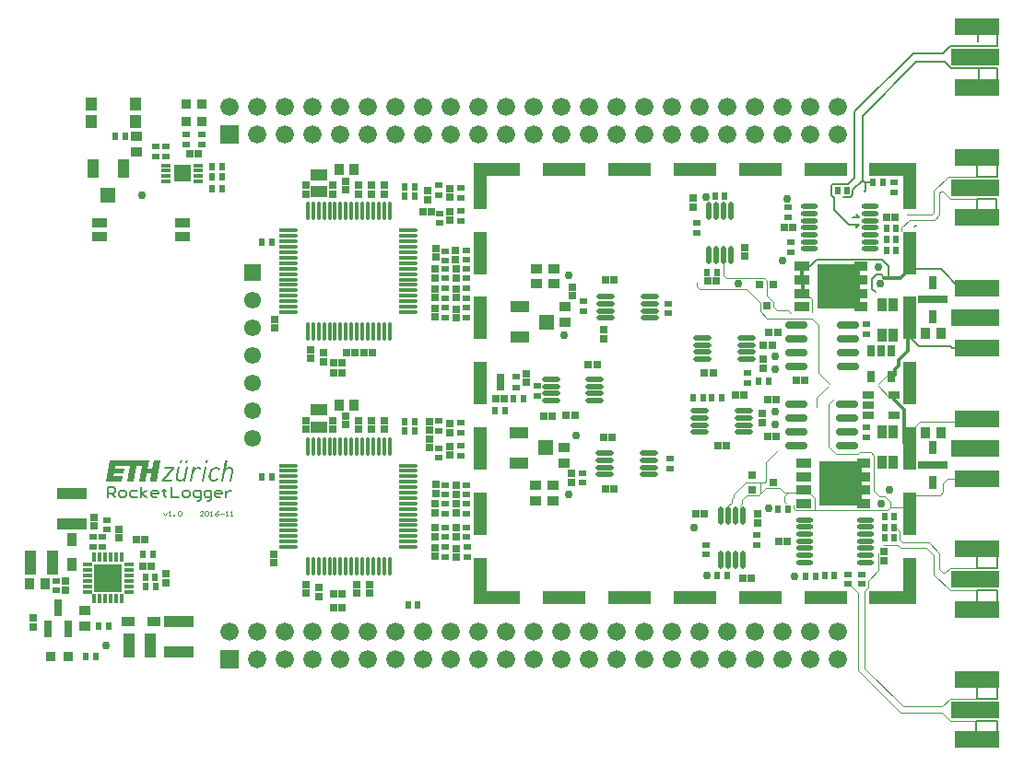
<source format=gts>
G04 Layer_Color=8388736*
%FSLAX44Y44*%
%MOMM*%
G71*
G01*
G75*
%ADD59C,0.3500*%
%ADD60C,0.1250*%
%ADD61C,0.2000*%
%ADD70C,0.1200*%
%ADD102R,0.6700X0.6700*%
%ADD103R,0.6700X0.6700*%
%ADD104R,4.2500X1.1500*%
%ADD105R,1.1500X4.2500*%
%ADD106R,3.9500X1.1500*%
%ADD107R,1.1500X3.9500*%
%ADD108R,0.9500X0.9500*%
%ADD109R,0.6000X0.7000*%
%ADD110R,0.7000X0.6000*%
%ADD111R,1.0500X0.8500*%
%ADD112R,1.4500X1.4500*%
%ADD113R,1.0500X1.7500*%
%ADD114R,1.0500X1.1500*%
%ADD115R,0.8500X1.0500*%
%ADD116R,1.5000X1.1000*%
%ADD117O,0.5490X1.6500*%
%ADD118O,1.6500X0.5490*%
%ADD119R,0.9120X1.1500*%
%ADD120R,0.8000X1.0500*%
%ADD121R,2.7500X1.1000*%
%ADD122O,1.7000X0.4000*%
%ADD123O,0.4000X1.7000*%
%ADD124R,0.8000X0.6500*%
%ADD125R,1.4200X0.8100*%
%ADD126R,1.1700X0.8100*%
%ADD127R,1.4500X1.4500*%
%ADD128R,1.7500X1.0500*%
%ADD129O,2.0500X0.7500*%
%ADD130R,0.9120X1.2930*%
%ADD131R,1.2930X0.9120*%
%ADD132O,1.5500X0.5000*%
%ADD133R,1.5100X1.6100*%
%ADD134R,0.9000X0.4000*%
%ADD135O,0.9500X0.4000*%
%ADD136O,0.4000X0.9500*%
%ADD137R,2.6000X2.6000*%
%ADD138R,0.9500X0.9500*%
%ADD139O,1.6500X0.5500*%
%ADD140R,1.1300X2.2300*%
%ADD141R,0.6500X0.8000*%
%ADD142R,1.0500X0.8000*%
%ADD143R,1.4200X0.9100*%
%ADD144R,0.7500X0.5000*%
%ADD145R,4.1000X1.6500*%
%ADD146R,4.4000X1.6500*%
%ADD147R,0.6500X1.1500*%
%ADD148R,2.7500X0.7500*%
%ADD149R,0.7500X1.6500*%
%ADD150C,0.7500*%
%ADD151R,3.9600X4.0600*%
%ADD152C,1.6740*%
%ADD153R,1.6740X1.6740*%
%ADD154C,1.5500*%
%ADD155R,1.5500X1.5500*%
G36*
X918069Y944982D02*
X916199D01*
Y945037D01*
X916440Y946370D01*
X916181Y946111D01*
X915884Y945871D01*
X915588Y945667D01*
X915273Y945500D01*
X914958Y945352D01*
X914644Y945222D01*
X914347Y945130D01*
X914051Y945037D01*
X913773Y944982D01*
X913514Y944926D01*
X913273Y944908D01*
X913070Y944871D01*
X912903D01*
X912792Y944852D01*
X912681D01*
X912292Y944871D01*
X911940Y944926D01*
X911626Y945000D01*
X911348Y945093D01*
X911126Y945167D01*
X910959Y945241D01*
X910848Y945296D01*
X910829Y945315D01*
X910811D01*
X910515Y945500D01*
X910274Y945704D01*
X910052Y945926D01*
X909885Y946130D01*
X909737Y946315D01*
X909626Y946463D01*
X909570Y946556D01*
X909552Y946593D01*
X909404Y946907D01*
X909292Y947241D01*
X909218Y947555D01*
X909163Y947852D01*
X909126Y948111D01*
X909107Y948315D01*
Y948389D01*
Y948444D01*
Y948481D01*
Y948500D01*
X909126Y948907D01*
X909144Y949092D01*
X909181Y949277D01*
X909200Y949426D01*
X909218Y949555D01*
X909237Y949629D01*
Y949666D01*
X910885Y957943D01*
X912774D01*
X912755Y957925D01*
X911163Y949944D01*
X911126Y949703D01*
X911088Y949481D01*
X911070Y949277D01*
X911051Y949111D01*
X911033Y948963D01*
Y948852D01*
Y948778D01*
Y948759D01*
X911051Y948389D01*
X911126Y948055D01*
X911218Y947778D01*
X911348Y947537D01*
X911459Y947352D01*
X911551Y947222D01*
X911626Y947148D01*
X911644Y947111D01*
X911903Y946926D01*
X912181Y946778D01*
X912459Y946685D01*
X912737Y946611D01*
X912996Y946574D01*
X913181Y946556D01*
X913255Y946537D01*
X913366D01*
X913755Y946556D01*
X913922Y946593D01*
X914088Y946611D01*
X914218Y946648D01*
X914329Y946667D01*
X914403Y946685D01*
X914421D01*
X914755Y946796D01*
X915051Y946944D01*
X915310Y947093D01*
X915533Y947259D01*
X915718Y947389D01*
X915866Y947500D01*
X915940Y947574D01*
X915977Y947611D01*
X916273Y947981D01*
X916532Y948370D01*
X916736Y948778D01*
X916884Y949148D01*
X916995Y949500D01*
X917051Y949648D01*
X917088Y949778D01*
X917106Y949870D01*
X917125Y949944D01*
X917143Y950000D01*
Y950018D01*
X918717Y957943D01*
X920643D01*
X918069Y944982D01*
D02*
G37*
G36*
X946640Y958091D02*
X947048Y958036D01*
X947400Y957962D01*
X947714Y957888D01*
X947974Y957795D01*
X948159Y957721D01*
X948233Y957684D01*
X948288Y957665D01*
X948307Y957647D01*
X948325D01*
X948659Y957443D01*
X948955Y957221D01*
X949233Y956980D01*
X949473Y956740D01*
X949659Y956517D01*
X949807Y956351D01*
X949862Y956277D01*
X949899Y956221D01*
X949936Y956203D01*
Y956184D01*
X949955Y956166D01*
X948529Y954962D01*
X948511Y955018D01*
X948307Y955277D01*
X948122Y955499D01*
X947937Y955684D01*
X947770Y955832D01*
X947622Y955944D01*
X947511Y956036D01*
X947437Y956073D01*
X947418Y956092D01*
X947196Y956203D01*
X946974Y956277D01*
X946733Y956351D01*
X946511Y956388D01*
X946307Y956406D01*
X946159Y956425D01*
X946011D01*
X945715Y956406D01*
X945418Y956369D01*
X945141Y956314D01*
X944881Y956240D01*
X944400Y956036D01*
X944178Y955925D01*
X943992Y955814D01*
X943807Y955684D01*
X943641Y955573D01*
X943511Y955481D01*
X943400Y955388D01*
X943307Y955295D01*
X943233Y955240D01*
X943196Y955203D01*
X943178Y955184D01*
X942919Y954888D01*
X942696Y954592D01*
X942511Y954277D01*
X942345Y953981D01*
X942215Y953721D01*
X942104Y953518D01*
X942067Y953444D01*
X942048Y953388D01*
X942030Y953351D01*
Y953333D01*
X941900Y953018D01*
X941789Y952685D01*
X941715Y952370D01*
X941622Y952092D01*
X941567Y951833D01*
X941530Y951629D01*
X941511Y951555D01*
X941493Y951518D01*
Y951481D01*
Y951462D01*
X941419Y951074D01*
X941382Y950722D01*
X941345Y950388D01*
X941308Y950111D01*
Y949889D01*
X941289Y949703D01*
Y949592D01*
Y949574D01*
Y949555D01*
X941308Y949277D01*
X941326Y949000D01*
X941437Y948537D01*
X941567Y948130D01*
X941733Y947796D01*
X941900Y947518D01*
X941974Y947426D01*
X942048Y947333D01*
X942104Y947278D01*
X942141Y947222D01*
X942159Y947204D01*
X942178Y947185D01*
X942474Y946963D01*
X942789Y946815D01*
X943104Y946704D01*
X943400Y946611D01*
X943659Y946574D01*
X943881Y946556D01*
X943956Y946537D01*
X944067D01*
X944400Y946556D01*
X944696Y946593D01*
X944974Y946648D01*
X945215Y946704D01*
X945400Y946759D01*
X945548Y946815D01*
X945640Y946852D01*
X945677Y946870D01*
X945955Y947019D01*
X946233Y947185D01*
X946474Y947370D01*
X946714Y947555D01*
X946900Y947722D01*
X947048Y947870D01*
X947140Y947963D01*
X947177Y948000D01*
X947196Y948018D01*
Y948000D01*
X948288Y946667D01*
X948270Y946648D01*
X947937Y946333D01*
X947585Y946074D01*
X947270Y945852D01*
X946955Y945648D01*
X946677Y945500D01*
X946474Y945408D01*
X946400Y945370D01*
X946344Y945333D01*
X946307Y945315D01*
X946289D01*
X945881Y945167D01*
X945455Y945056D01*
X945067Y944963D01*
X944715Y944908D01*
X944400Y944871D01*
X944270D01*
X944159Y944852D01*
X943956D01*
X943456Y944871D01*
X942993Y944945D01*
X942585Y945037D01*
X942215Y945130D01*
X941937Y945241D01*
X941808Y945278D01*
X941715Y945315D01*
X941641Y945352D01*
X941585Y945389D01*
X941548Y945408D01*
X941530D01*
X941178Y945630D01*
X940863Y945889D01*
X940585Y946167D01*
X940363Y946426D01*
X940178Y946648D01*
X940067Y946852D01*
X940012Y946926D01*
X939974Y946982D01*
X939956Y947000D01*
Y947019D01*
X939771Y947426D01*
X939641Y947852D01*
X939530Y948259D01*
X939474Y948648D01*
X939437Y949000D01*
X939419Y949129D01*
Y949259D01*
X939400Y949370D01*
Y949444D01*
Y949481D01*
Y949500D01*
X939419Y949870D01*
X939437Y950240D01*
X939474Y950574D01*
X939511Y950870D01*
X939548Y951129D01*
X939567Y951333D01*
X939586Y951407D01*
X939604Y951462D01*
Y951481D01*
Y951499D01*
X939734Y952074D01*
X939863Y952610D01*
X940030Y953111D01*
X940197Y953592D01*
X940400Y954018D01*
X940585Y954425D01*
X940771Y954796D01*
X940974Y955110D01*
X941160Y955406D01*
X941326Y955666D01*
X941493Y955869D01*
X941622Y956055D01*
X941733Y956184D01*
X941826Y956295D01*
X941882Y956351D01*
X941900Y956369D01*
X942233Y956684D01*
X942585Y956943D01*
X942937Y957184D01*
X943307Y957369D01*
X943659Y957536D01*
X944011Y957684D01*
X944363Y957795D01*
X944696Y957888D01*
X945011Y957962D01*
X945289Y958017D01*
X945548Y958054D01*
X945770Y958091D01*
X945955D01*
X946085Y958110D01*
X946196D01*
X946640Y958091D01*
D02*
G37*
G36*
X955010Y956647D02*
X955288Y956906D01*
X955565Y957129D01*
X955880Y957332D01*
X956176Y957499D01*
X956491Y957628D01*
X956806Y957758D01*
X957102Y957851D01*
X957399Y957925D01*
X957658Y957980D01*
X957917Y958036D01*
X958139Y958073D01*
X958324Y958091D01*
X958491Y958110D01*
X958713D01*
X959102Y958091D01*
X959454Y958036D01*
X959769Y957962D01*
X960046Y957888D01*
X960269Y957795D01*
X960435Y957721D01*
X960546Y957665D01*
X960583Y957647D01*
X960880Y957462D01*
X961139Y957258D01*
X961361Y957036D01*
X961528Y956832D01*
X961676Y956647D01*
X961787Y956480D01*
X961842Y956388D01*
X961861Y956369D01*
Y956351D01*
X962009Y956036D01*
X962120Y955703D01*
X962213Y955388D01*
X962268Y955092D01*
X962305Y954833D01*
X962324Y954629D01*
Y954555D01*
Y954499D01*
Y954462D01*
Y954444D01*
Y954240D01*
X962305Y954018D01*
X962287Y953814D01*
X962250Y953610D01*
X962231Y953425D01*
X962194Y953277D01*
X962176Y953185D01*
Y953148D01*
X960509Y944982D01*
X958639D01*
X960232Y952962D01*
X960287Y953240D01*
X960324Y953499D01*
X960343Y953703D01*
X960361Y953870D01*
X960380Y953999D01*
Y954092D01*
Y954147D01*
Y954166D01*
X960361Y954536D01*
X960287Y954870D01*
X960176Y955147D01*
X960065Y955388D01*
X959954Y955573D01*
X959843Y955703D01*
X959769Y955795D01*
X959750Y955814D01*
X959509Y956018D01*
X959232Y956166D01*
X958954Y956277D01*
X958676Y956351D01*
X958436Y956388D01*
X958250Y956425D01*
X958065D01*
X957676Y956406D01*
X957491Y956388D01*
X957325Y956351D01*
X957195Y956332D01*
X957084Y956295D01*
X957010Y956277D01*
X956991D01*
X956658Y956147D01*
X956362Y956018D01*
X956102Y955851D01*
X955880Y955684D01*
X955695Y955555D01*
X955547Y955425D01*
X955473Y955351D01*
X955436Y955314D01*
X955139Y954962D01*
X954880Y954555D01*
X954677Y954166D01*
X954510Y953777D01*
X954399Y953444D01*
X954343Y953296D01*
X954306Y953166D01*
X954288Y953055D01*
X954269Y952981D01*
X954251Y952925D01*
Y952907D01*
X952677Y944982D01*
X950788D01*
X954603Y963869D01*
X956473D01*
X955010Y956647D01*
D02*
G37*
G36*
X907570Y956369D02*
X898960Y946667D01*
X905774D01*
X905460Y944982D01*
X896331D01*
X896646Y946593D01*
X905219Y956277D01*
X898775D01*
Y956314D01*
X899108Y957943D01*
X907885D01*
X907570Y956369D01*
D02*
G37*
G36*
X934975Y944982D02*
X933105D01*
Y945037D01*
X935697Y957943D01*
X937567D01*
X934975Y944982D01*
D02*
G37*
G36*
X919921Y961517D02*
X918032D01*
X918514Y963869D01*
X920402D01*
X919921Y961517D01*
D02*
G37*
G36*
X938289D02*
X936401D01*
X936882Y963869D01*
X938771D01*
X938289Y961517D01*
D02*
G37*
G36*
X914884D02*
X912996D01*
X913477Y963869D01*
X915366D01*
X914884Y961517D01*
D02*
G37*
G36*
X930346Y958091D02*
X930642Y958054D01*
X930938Y957999D01*
X931198Y957925D01*
X931457Y957832D01*
X931697Y957721D01*
X931901Y957610D01*
X932105Y957499D01*
X932271Y957388D01*
X932420Y957277D01*
X932549Y957166D01*
X932660Y957073D01*
X932734Y956999D01*
X932790Y956943D01*
X932827Y956906D01*
X932846Y956888D01*
X932864Y956869D01*
X931327Y955518D01*
Y955536D01*
X931179Y955684D01*
X931049Y955832D01*
X930735Y956055D01*
X930438Y956203D01*
X930142Y956314D01*
X929883Y956388D01*
X929679Y956406D01*
X929605Y956425D01*
X929494D01*
X929179Y956406D01*
X928883Y956351D01*
X928605Y956277D01*
X928364Y956203D01*
X928161Y956129D01*
X927994Y956055D01*
X927902Y955999D01*
X927865Y955981D01*
X927587Y955795D01*
X927328Y955592D01*
X927105Y955388D01*
X926902Y955184D01*
X926754Y954999D01*
X926624Y954851D01*
X926550Y954758D01*
X926531Y954740D01*
Y954721D01*
X926346Y954407D01*
X926180Y954092D01*
X926050Y953796D01*
X925939Y953518D01*
X925865Y953259D01*
X925809Y953073D01*
X925791Y952999D01*
Y952944D01*
X925772Y952925D01*
Y952907D01*
X924198Y944982D01*
X922291D01*
X922328Y945037D01*
X924883Y957943D01*
X926754D01*
X926735Y957925D01*
X926457Y956462D01*
X926698Y956740D01*
X926957Y956980D01*
X927216Y957203D01*
X927457Y957369D01*
X927661Y957499D01*
X927846Y957610D01*
X927957Y957665D01*
X927976Y957684D01*
X927994D01*
X928346Y957832D01*
X928698Y957925D01*
X929031Y957999D01*
X929346Y958054D01*
X929624Y958091D01*
X929827Y958110D01*
X930013D01*
X930346Y958091D01*
D02*
G37*
G36*
X891368Y944982D02*
X885443D01*
X886906Y952296D01*
X882665D01*
X881203Y944982D01*
X875296D01*
X878148Y959147D01*
X873185D01*
X870352Y944982D01*
X864427D01*
X867278Y959147D01*
X853798D01*
X853280Y956555D01*
X861779D01*
X860927Y952296D01*
X852428D01*
X851909Y949703D01*
X860427D01*
X859464Y944982D01*
X845077D01*
X848873Y963869D01*
X884999D01*
X883499Y956555D01*
X887758D01*
X889239Y963869D01*
X895164D01*
X891368Y944982D01*
D02*
G37*
D59*
X1569595Y1047819D02*
X1573096Y1051319D01*
X1484845Y1117650D02*
Y1129669D01*
X1569252Y1019681D02*
X1578000Y1010933D01*
X1569595Y1042819D02*
Y1047819D01*
X1484750Y1130350D02*
Y1142801D01*
X1564250Y1132000D02*
X1575000D01*
X1573096Y1051319D02*
Y1056096D01*
X1581922Y1064921D01*
Y1091078D01*
X1569252Y1019681D02*
Y1024681D01*
X1578000Y980000D02*
Y1010933D01*
X1560000Y1132000D02*
X1564250D01*
X1575000D02*
X1583000Y1140000D01*
D60*
X1554311Y1034625D02*
X1564550Y1044864D01*
X1580000Y932000D02*
X1611000D01*
X1471981Y934875D02*
X1491058D01*
X1504000Y1040000D02*
X1509375Y1034625D01*
X1504000Y1027843D02*
X1508657Y1032500D01*
X1497827Y1021671D02*
X1504000Y1027843D01*
X1497827Y1013440D02*
Y1021671D01*
X1581000Y927000D02*
X1583000Y925000D01*
X1565753Y921181D02*
X1579181D01*
X1536118Y970006D02*
X1537668Y971556D01*
X1515883Y970006D02*
X1536118D01*
X1562877Y918306D02*
X1565753Y921181D01*
X1464000Y939000D02*
X1468125Y934875D01*
X1429125Y924125D02*
Y928125D01*
X1428000Y923000D02*
X1429125Y924125D01*
X1412250Y1134250D02*
Y1152750D01*
X1458000Y1105377D02*
Y1110000D01*
Y1105377D02*
X1461252Y1102125D01*
X1471875D01*
X1509127Y1016000D02*
X1514377Y1021250D01*
X1509127Y976761D02*
X1515883Y970006D01*
X1620250Y865250D02*
X1645000D01*
X1616000Y861000D02*
X1620250Y865250D01*
X1613536Y861000D02*
X1616000D01*
X1610500Y864035D02*
X1613536Y861000D01*
X1574000Y891469D02*
X1576969Y888500D01*
X1574000Y891469D02*
Y899000D01*
X1570319Y902681D02*
X1574000Y899000D01*
X1569252Y902681D02*
X1570319D01*
X1620250Y844750D02*
X1645000D01*
X1605500Y859500D02*
X1620250Y844750D01*
X1605500Y859500D02*
Y876964D01*
X1576969Y888500D02*
X1601035D01*
X1610500Y879035D01*
Y864035D02*
Y879035D01*
X1598965Y883500D02*
X1605500Y876964D01*
X1574898Y883500D02*
X1598965D01*
X1572398Y886000D02*
X1574898Y883500D01*
X1559626Y886000D02*
X1572398D01*
X1554877Y863378D02*
Y879091D01*
X1545000Y853500D02*
X1554877Y863378D01*
X1620250Y745250D02*
X1645000D01*
X1577191Y737875D02*
X1612875D01*
X1541875Y773191D02*
X1577191Y737875D01*
X1541875Y773191D02*
Y843875D01*
X1545000Y847000D01*
Y853500D01*
X1620250Y724750D02*
X1644000D01*
X1612875Y732125D02*
X1620250Y724750D01*
X1612875Y737875D02*
X1620250Y745250D01*
X1574809Y732125D02*
X1612875D01*
X1536125Y770809D02*
X1574809Y732125D01*
X1536125Y770809D02*
Y842000D01*
X1527625Y850500D02*
X1536125Y842000D01*
X1526500Y850500D02*
X1527625D01*
X1603965Y1190500D02*
X1605500Y1192036D01*
Y1212036D01*
X1618714Y1225250D01*
X1645000D01*
X1571000Y1167500D02*
Y1169000D01*
X1620250Y1204750D02*
X1645250D01*
X1614000Y1211000D02*
X1620250Y1204750D01*
X1611536Y1211000D02*
X1614000D01*
X1610500Y1209965D02*
X1611536Y1211000D01*
X1610500Y1189965D02*
Y1209965D01*
X1606035Y1185500D02*
X1610500Y1189965D01*
X1583035Y1185500D02*
X1606035D01*
X1575750Y1178214D02*
X1583035Y1185500D01*
X1575750Y1174932D02*
Y1178214D01*
X1580965Y1190500D02*
X1603965D01*
X1487725Y1117650D02*
X1493250Y1112125D01*
X1452000Y1116000D02*
X1458000Y1110000D01*
X1452000Y1116000D02*
Y1129250D01*
X1449375Y1131875D02*
X1452000Y1129250D01*
X1414625Y1131875D02*
X1449375D01*
X1412250Y1134250D02*
X1414625Y1131875D01*
X1493250Y1100500D02*
Y1112125D01*
X1471875Y1102125D02*
X1473974Y1100026D01*
X1446000Y1101000D02*
Y1109000D01*
Y1101000D02*
X1452500Y1094500D01*
X1493750D01*
X1390750Y1121500D02*
X1433500D01*
X1446000Y1109000D01*
X1387750Y1124500D02*
X1390750Y1121500D01*
X1387750Y1124500D02*
Y1127250D01*
X1499750Y1044250D02*
Y1088500D01*
X1493750Y1094500D02*
X1499750Y1088500D01*
Y1044250D02*
X1504000Y1040000D01*
X1565753Y921181D02*
Y926248D01*
X1537668Y971556D02*
X1547444D01*
X1550500Y936433D02*
Y968500D01*
X1547444Y971556D02*
X1550500Y968500D01*
X1509127Y976761D02*
Y1016000D01*
X1554343Y1032500D02*
X1564207Y1022636D01*
X1451500Y945000D02*
Y962500D01*
X1462256Y973256D01*
X1421875Y932809D02*
X1432566Y943500D01*
X1450000D02*
X1451500Y945000D01*
X1432566Y943500D02*
X1446000D01*
X1450000D01*
X1419625Y928375D02*
X1421875Y930625D01*
Y932809D01*
X1419625Y925625D02*
Y928375D01*
X1417000Y923000D02*
X1419625Y925625D01*
X1417000Y913500D02*
Y923000D01*
X1429125Y928125D02*
X1433250Y932250D01*
X1444500D01*
X1446000Y933750D01*
Y933750D02*
X1451250Y939000D01*
X1464000D01*
X1446000Y933750D02*
Y943500D01*
X1468125Y934875D02*
X1471981D01*
X1468500Y931394D02*
X1471981Y934875D01*
X1468500Y925750D02*
Y931394D01*
Y925750D02*
X1470127Y924123D01*
X1491058Y934875D02*
X1496226Y929707D01*
X1476750Y920000D02*
X1478444Y918306D01*
X1476750Y920000D02*
Y922500D01*
X1496226Y918330D02*
Y929707D01*
X1478444Y918306D02*
X1496250D01*
X1562877D01*
X1560750Y931250D02*
X1565753Y926248D01*
X1550500Y936433D02*
X1555683Y931250D01*
X1560750D01*
X1618300Y947300D02*
X1645250D01*
X1614000Y943000D02*
X1618300Y947300D01*
X1611000Y932000D02*
X1614000Y935000D01*
Y943000D01*
X1583000Y925000D02*
Y929000D01*
X1580000Y932000D02*
X1583000Y929000D01*
Y990500D02*
X1592500Y1000000D01*
X1623750D01*
X1626450Y1002700D01*
D61*
X847000Y930000D02*
Y939997D01*
X851998D01*
X853664Y938331D01*
Y934998D01*
X851998Y933332D01*
X847000D01*
X850332D02*
X853664Y930000D01*
X858663D02*
X861995D01*
X863661Y931666D01*
Y934998D01*
X861995Y936665D01*
X858663D01*
X856997Y934998D01*
Y931666D01*
X858663Y930000D01*
X873658Y936665D02*
X868660D01*
X866994Y934998D01*
Y931666D01*
X868660Y930000D01*
X873658D01*
X876990D02*
Y939997D01*
Y933332D02*
X881989Y936665D01*
X876990Y933332D02*
X881989Y930000D01*
X891985D02*
X888653D01*
X886987Y931666D01*
Y934998D01*
X888653Y936665D01*
X891985D01*
X893652Y934998D01*
Y933332D01*
X886987D01*
X898650Y938331D02*
Y936665D01*
X896984D01*
X900316D01*
X898650D01*
Y931666D01*
X900316Y930000D01*
X905314Y939997D02*
Y930000D01*
X911979D01*
X916977D02*
X920310D01*
X921976Y931666D01*
Y934998D01*
X920310Y936665D01*
X916977D01*
X915311Y934998D01*
Y931666D01*
X916977Y930000D01*
X928640Y926668D02*
X930306D01*
X931973Y928334D01*
Y936665D01*
X926974D01*
X925308Y934998D01*
Y931666D01*
X926974Y930000D01*
X931973D01*
X938637Y926668D02*
X940303D01*
X941969Y928334D01*
Y936665D01*
X936971D01*
X935305Y934998D01*
Y931666D01*
X936971Y930000D01*
X941969D01*
X950300D02*
X946968D01*
X945302Y931666D01*
Y934998D01*
X946968Y936665D01*
X950300D01*
X951966Y934998D01*
Y933332D01*
X945302D01*
X955298Y936665D02*
Y930000D01*
Y933332D01*
X956965Y934998D01*
X958631Y936665D01*
X960297D01*
X1664000Y1307000D02*
Y1324750D01*
X1620250Y1345250D02*
X1664000D01*
X1531318Y1187500D02*
X1536500D01*
X1663750Y827250D02*
Y844750D01*
X1632000Y888400D02*
X1646000D01*
X1632000Y882096D02*
Y888400D01*
X1663000Y1187000D02*
Y1204750D01*
X1645250Y1187300D02*
Y1204750D01*
X1663750Y827250D02*
X1664000Y827000D01*
X1663750Y877750D02*
X1664000Y878000D01*
X1646000Y1349000D02*
Y1361950D01*
X1647000Y1324750D02*
X1664000D01*
X1543000Y1212000D02*
Y1220000D01*
X1542000Y1211000D02*
X1543000Y1212000D01*
X1534000Y1178000D02*
Y1180750D01*
Y1178000D02*
X1536750Y1180750D01*
X1534000D02*
X1536750D01*
X1527154D02*
X1534000D01*
X1532980Y1224458D02*
Y1285102D01*
X1586398Y1338520D01*
X1613520D01*
X1543000Y1220000D02*
X1549500D01*
X1646000Y888400D02*
X1646000Y888400D01*
X1622700Y1067300D02*
X1645250D01*
X1557000Y1135000D02*
X1560000Y1132000D01*
X1552000Y1135000D02*
X1557000D01*
X1552000Y1134000D02*
Y1135000D01*
X1549000Y1131000D02*
X1552000Y1134000D01*
X1549000Y1121722D02*
Y1131000D01*
Y1121722D02*
X1551861Y1118862D01*
X1589489Y1330511D02*
X1615489D01*
X1621250Y1324750D02*
X1646750D01*
X1647000Y1321000D02*
Y1324750D01*
Y1309050D02*
Y1321000D01*
X1540020Y1281042D02*
X1589489Y1330511D01*
X1541562Y1220000D02*
X1543000D01*
X1540020Y1221542D02*
X1541562Y1220000D01*
X1540020Y1221542D02*
Y1281042D01*
X1534000Y1190000D02*
X1536500Y1187500D01*
X1615489Y1330511D02*
X1621250Y1324750D01*
X1645000Y827550D02*
X1645250Y827300D01*
X1645000Y844750D02*
X1663750D01*
X1645000Y882450D02*
X1645250Y882700D01*
X1645000Y865250D02*
X1663750D01*
X1645000Y841000D02*
Y844750D01*
Y827550D02*
Y841000D01*
Y869000D02*
Y882450D01*
Y865250D02*
Y869000D01*
X1663750Y865250D02*
Y877750D01*
X1645000Y749000D02*
Y762450D01*
X1644000Y708550D02*
X1645250Y707300D01*
X1644000Y708550D02*
Y721000D01*
X1645000Y745250D02*
Y749000D01*
Y745250D02*
X1664000D01*
Y761000D01*
X1644000Y721000D02*
Y724750D01*
X1664000D01*
Y714000D02*
Y724750D01*
X1613520Y1338520D02*
X1620250Y1345250D01*
X1664000D02*
Y1355000D01*
X1656300Y1242700D02*
X1664000Y1235000D01*
Y1225250D02*
Y1235000D01*
X1645000Y1225250D02*
X1664000D01*
X1645000Y1229000D02*
Y1242450D01*
Y1225250D02*
Y1229000D01*
X1645250Y1204750D02*
X1663000D01*
Y1187000D02*
X1664000Y1186000D01*
X1588000Y1179000D02*
X1589000Y1180000D01*
X1531250Y1212772D02*
X1540020Y1221542D01*
X1531250Y1208500D02*
Y1212772D01*
X1522500Y1206750D02*
X1529500D01*
X1531250Y1208500D01*
X1513750Y1194154D02*
X1527154Y1180750D01*
X1526772Y1218250D02*
X1532980Y1224458D01*
X1511750Y1217000D02*
X1513000Y1218250D01*
X1526772D01*
X1511750Y1207750D02*
Y1217000D01*
Y1207750D02*
X1513750Y1205750D01*
Y1194154D02*
Y1205750D01*
X1560000Y1132000D02*
X1560250Y1132250D01*
X1484750Y1142801D02*
X1492051D01*
X1498000Y1148750D01*
X1558000D01*
X1564250Y1142500D01*
Y1132000D02*
Y1142500D01*
X1583000Y1078000D02*
X1592000Y1069000D01*
X1621000D01*
X1622700Y1067300D01*
X1583000Y1140000D02*
X1612000D01*
X1629300Y1122700D01*
D70*
X897784Y916332D02*
X899450Y913000D01*
X901116Y916332D01*
X902783Y913000D02*
X904449D01*
X903616D01*
Y917998D01*
X902783Y917165D01*
X906948Y913000D02*
Y913833D01*
X907781D01*
Y913000D01*
X906948D01*
X911113Y917165D02*
X911946Y917998D01*
X913612D01*
X914445Y917165D01*
Y913833D01*
X913612Y913000D01*
X911946D01*
X911113Y913833D01*
Y917165D01*
X934439Y913000D02*
X931107D01*
X934439Y916332D01*
Y917165D01*
X933606Y917998D01*
X931940D01*
X931107Y917165D01*
X936105D02*
X936938Y917998D01*
X938604D01*
X939437Y917165D01*
Y913833D01*
X938604Y913000D01*
X936938D01*
X936105Y913833D01*
Y917165D01*
X941103Y913000D02*
X942769D01*
X941936D01*
Y917998D01*
X941103Y917165D01*
X948601Y917998D02*
X946935Y917165D01*
X945269Y915499D01*
Y913833D01*
X946102Y913000D01*
X947768D01*
X948601Y913833D01*
Y914666D01*
X947768Y915499D01*
X945269D01*
X950267D02*
X953599D01*
X955265Y913000D02*
X956932D01*
X956098D01*
Y917998D01*
X955265Y917165D01*
X959431Y913000D02*
X961097D01*
X960264D01*
Y917998D01*
X959431Y917165D01*
D102*
X872900Y891000D02*
D03*
X880900D02*
D03*
X1054000Y1045000D02*
D03*
X1062000D02*
D03*
X1054000Y1054000D02*
D03*
X1062000D02*
D03*
X1398000Y1129000D02*
D03*
X1406000D02*
D03*
X1403000Y1045000D02*
D03*
X1395000D02*
D03*
X1463000Y890000D02*
D03*
X1471000D02*
D03*
X1468000Y1178000D02*
D03*
X1476000D02*
D03*
X1562000Y1188000D02*
D03*
X1570000D02*
D03*
X1430000Y856000D02*
D03*
X1438000D02*
D03*
X1431000Y1024000D02*
D03*
X1423000D02*
D03*
X1449000Y1070000D02*
D03*
X1457000D02*
D03*
X1479000Y1038000D02*
D03*
X1487000D02*
D03*
X1454000Y1082000D02*
D03*
X1462000D02*
D03*
X1452753Y1020181D02*
D03*
X1460753D02*
D03*
X1144000Y1193000D02*
D03*
X1136000D02*
D03*
X1054000Y841000D02*
D03*
X1062000D02*
D03*
X1054000Y829000D02*
D03*
X1062000D02*
D03*
X1415000Y978000D02*
D03*
X1407000D02*
D03*
X1247000Y1005000D02*
D03*
X1255000D02*
D03*
X1268000Y1006000D02*
D03*
X1276000D02*
D03*
X1387000Y915000D02*
D03*
X1395000D02*
D03*
X878900Y867000D02*
D03*
X886900D02*
D03*
X1288000Y1052000D02*
D03*
X1296000D02*
D03*
X1211000Y1021000D02*
D03*
X1203000D02*
D03*
X1304000Y938000D02*
D03*
X1312000D02*
D03*
X1310000Y985000D02*
D03*
X1302000D02*
D03*
X1312000Y1130000D02*
D03*
X1304000D02*
D03*
X1460753Y986181D02*
D03*
X1452753D02*
D03*
X930000Y1246000D02*
D03*
X922000D02*
D03*
X1090000Y1063000D02*
D03*
X1082000D02*
D03*
X1066000D02*
D03*
X1074000D02*
D03*
D103*
X833900Y904000D02*
D03*
Y912000D02*
D03*
X899900Y860000D02*
D03*
Y852000D02*
D03*
X1273000Y952000D02*
D03*
Y944000D02*
D03*
X1147000Y924000D02*
D03*
Y916000D02*
D03*
Y1140000D02*
D03*
Y1132000D02*
D03*
X1167000Y883000D02*
D03*
Y875000D02*
D03*
Y1103000D02*
D03*
Y1095000D02*
D03*
X1560000Y880000D02*
D03*
Y872000D02*
D03*
X1444000Y915000D02*
D03*
Y907000D02*
D03*
X1147000Y1104000D02*
D03*
Y1096000D02*
D03*
Y884000D02*
D03*
Y876000D02*
D03*
X1167000Y1140000D02*
D03*
Y1132000D02*
D03*
Y924000D02*
D03*
Y916000D02*
D03*
X1147000Y894000D02*
D03*
Y902000D02*
D03*
Y1114000D02*
D03*
Y1122000D02*
D03*
X1148000Y1151000D02*
D03*
Y1159000D02*
D03*
X1142000Y976000D02*
D03*
Y984000D02*
D03*
X1449000Y1049000D02*
D03*
Y1057000D02*
D03*
X1161000Y1185000D02*
D03*
Y1193000D02*
D03*
Y969000D02*
D03*
Y977000D02*
D03*
X1166000Y1149000D02*
D03*
Y1157000D02*
D03*
X1167000Y933000D02*
D03*
Y941000D02*
D03*
X1167000Y1114000D02*
D03*
Y1122000D02*
D03*
Y894000D02*
D03*
Y902000D02*
D03*
X1148000Y934000D02*
D03*
Y942000D02*
D03*
X1053000Y1209000D02*
D03*
Y1217000D02*
D03*
X1065000Y1213000D02*
D03*
Y1221000D02*
D03*
X1029000Y1209000D02*
D03*
Y1217000D02*
D03*
X1053000Y993000D02*
D03*
Y1001000D02*
D03*
X1065000Y997000D02*
D03*
Y1005000D02*
D03*
X1029000Y993000D02*
D03*
Y1001000D02*
D03*
X1231000Y1036000D02*
D03*
Y1044000D02*
D03*
X1384500Y1197343D02*
D03*
Y1205343D02*
D03*
X1448000Y999000D02*
D03*
Y1007000D02*
D03*
X1273343Y1115500D02*
D03*
Y1123500D02*
D03*
X1142000Y1000000D02*
D03*
Y992000D02*
D03*
X1141000Y1212000D02*
D03*
Y1204000D02*
D03*
X1432250Y1160000D02*
D03*
Y1152000D02*
D03*
X1302000Y1084000D02*
D03*
Y1076000D02*
D03*
X1161000Y1214000D02*
D03*
Y1206000D02*
D03*
Y998000D02*
D03*
Y990000D02*
D03*
X856900Y893000D02*
D03*
Y901000D02*
D03*
X1077000Y1209000D02*
D03*
Y1217000D02*
D03*
Y993000D02*
D03*
Y1001000D02*
D03*
X1089000Y1209000D02*
D03*
Y1217000D02*
D03*
Y993000D02*
D03*
Y1001000D02*
D03*
X1101000Y1209000D02*
D03*
Y1217000D02*
D03*
Y993000D02*
D03*
Y1001000D02*
D03*
X1045000Y1055000D02*
D03*
Y1063000D02*
D03*
X1041000Y839000D02*
D03*
Y847000D02*
D03*
X1087000Y850000D02*
D03*
Y842000D02*
D03*
X1075000Y850000D02*
D03*
Y842000D02*
D03*
X1033000Y1066000D02*
D03*
Y1058000D02*
D03*
X1029000Y850000D02*
D03*
Y842000D02*
D03*
X1000000Y1094000D02*
D03*
Y1086000D02*
D03*
X999000Y878000D02*
D03*
Y870000D02*
D03*
X778000Y811000D02*
D03*
Y819000D02*
D03*
X808000Y845000D02*
D03*
Y853000D02*
D03*
D104*
X1567500Y838000D02*
D03*
Y1232000D02*
D03*
X1204500D02*
D03*
Y838000D02*
D03*
D105*
X1583000Y853500D02*
D03*
Y1216500D02*
D03*
X1189000D02*
D03*
Y853500D02*
D03*
D106*
X1506000Y838000D02*
D03*
X1446000D02*
D03*
X1386000D02*
D03*
X1326000D02*
D03*
X1266000D02*
D03*
X1266000Y1232000D02*
D03*
X1326000D02*
D03*
X1386000D02*
D03*
X1446000D02*
D03*
X1506000D02*
D03*
D107*
X1583000Y1155000D02*
D03*
Y1095000D02*
D03*
Y1035000D02*
D03*
Y975000D02*
D03*
Y915000D02*
D03*
X1189000Y1155000D02*
D03*
Y1095000D02*
D03*
Y1035000D02*
D03*
Y975000D02*
D03*
Y915000D02*
D03*
D108*
X933000Y1292000D02*
D03*
Y1276000D02*
D03*
X919000D02*
D03*
Y1292000D02*
D03*
D109*
X997500Y1165000D02*
D03*
X988500D02*
D03*
X1401500Y1022000D02*
D03*
X1410500D02*
D03*
X1384500D02*
D03*
X1393500D02*
D03*
X1571000Y1167500D02*
D03*
X1562000D02*
D03*
X1569252Y902681D02*
D03*
X1560253D02*
D03*
X1549500Y1220000D02*
D03*
X1558500D02*
D03*
X1571000Y1177500D02*
D03*
X1562000D02*
D03*
X1569252Y892681D02*
D03*
X1560253D02*
D03*
X1526000Y1212500D02*
D03*
X1517000D02*
D03*
X1444500Y1037000D02*
D03*
X1453500D02*
D03*
X862500Y1262000D02*
D03*
X853500D02*
D03*
X1119500Y1207000D02*
D03*
X1128500D02*
D03*
X1119500Y1216000D02*
D03*
X1128500D02*
D03*
X1119500Y991000D02*
D03*
X1128500D02*
D03*
X1119500Y1000000D02*
D03*
X1128500D02*
D03*
X1228500Y1021000D02*
D03*
X1219500D02*
D03*
X951500Y1234000D02*
D03*
X942500D02*
D03*
X942500Y1214000D02*
D03*
X951500D02*
D03*
X942500Y1225000D02*
D03*
X951500D02*
D03*
X890500Y848000D02*
D03*
X881500D02*
D03*
X888400Y878000D02*
D03*
X879400D02*
D03*
X826500Y784000D02*
D03*
X835500D02*
D03*
X1202500Y1010000D02*
D03*
X1211500D02*
D03*
X890400Y857000D02*
D03*
X881400D02*
D03*
X997500Y949000D02*
D03*
X988500D02*
D03*
X1406500Y1137000D02*
D03*
X1397500D02*
D03*
X1413500Y1207000D02*
D03*
X1404500D02*
D03*
X1406500Y858000D02*
D03*
X1415500D02*
D03*
X1569252Y912681D02*
D03*
X1560253D02*
D03*
X1562000Y1157500D02*
D03*
X1571000D02*
D03*
X1514252Y858681D02*
D03*
X1505253D02*
D03*
X1471500Y919000D02*
D03*
X1462500D02*
D03*
X1487752Y857681D02*
D03*
X1496752D02*
D03*
X847500Y812000D02*
D03*
X838500D02*
D03*
X1122500Y831000D02*
D03*
X1131500D02*
D03*
D110*
X1283000Y943500D02*
D03*
Y952500D02*
D03*
X933000Y1263500D02*
D03*
Y1254500D02*
D03*
X1177000Y884500D02*
D03*
Y875500D02*
D03*
X1176000Y1104500D02*
D03*
Y1095500D02*
D03*
Y902500D02*
D03*
Y893500D02*
D03*
Y1122500D02*
D03*
Y1113500D02*
D03*
Y941500D02*
D03*
Y932500D02*
D03*
Y1157500D02*
D03*
Y1148500D02*
D03*
X1171000Y977500D02*
D03*
Y968500D02*
D03*
Y1193500D02*
D03*
Y1184500D02*
D03*
X1157000Y884500D02*
D03*
Y875500D02*
D03*
Y1104500D02*
D03*
Y1095500D02*
D03*
Y902500D02*
D03*
Y893500D02*
D03*
Y1122500D02*
D03*
Y1113500D02*
D03*
X1151000Y975500D02*
D03*
Y966500D02*
D03*
X1152000Y1191500D02*
D03*
Y1182500D02*
D03*
X919000Y1263500D02*
D03*
Y1254500D02*
D03*
X1176000Y1131500D02*
D03*
Y1140500D02*
D03*
X1157000Y1131500D02*
D03*
Y1140500D02*
D03*
X1434000Y1035500D02*
D03*
Y1044500D02*
D03*
X1539000Y850500D02*
D03*
Y859500D02*
D03*
X1157000Y1147500D02*
D03*
Y1156500D02*
D03*
Y932500D02*
D03*
Y941500D02*
D03*
X1526500Y850500D02*
D03*
Y859500D02*
D03*
X1157000Y915500D02*
D03*
Y924500D02*
D03*
X1176000Y915500D02*
D03*
Y924500D02*
D03*
X1171000Y989500D02*
D03*
Y998500D02*
D03*
Y1205500D02*
D03*
Y1214500D02*
D03*
X1151000Y991500D02*
D03*
Y1000500D02*
D03*
X1151000Y1208000D02*
D03*
Y1217000D02*
D03*
X1363000Y956500D02*
D03*
Y965500D02*
D03*
X1362000Y1099500D02*
D03*
Y1108500D02*
D03*
X833000Y884500D02*
D03*
Y893500D02*
D03*
X845900Y909500D02*
D03*
Y900500D02*
D03*
X841900Y893500D02*
D03*
Y884500D02*
D03*
X1241000Y1032500D02*
D03*
Y1023500D02*
D03*
X1284000Y1110500D02*
D03*
Y1101500D02*
D03*
X891000Y1243500D02*
D03*
Y1252500D02*
D03*
X900000Y1243500D02*
D03*
Y1252500D02*
D03*
X1544000Y1080500D02*
D03*
Y1089500D02*
D03*
X1543752Y985681D02*
D03*
Y994681D02*
D03*
X1443000Y895500D02*
D03*
Y886500D02*
D03*
X1388000Y1173500D02*
D03*
Y1182500D02*
D03*
X1396000Y886500D02*
D03*
Y877500D02*
D03*
X1569000Y1219500D02*
D03*
Y1210500D02*
D03*
X1471500Y1197000D02*
D03*
Y1188000D02*
D03*
X1474000Y1155500D02*
D03*
Y1164500D02*
D03*
X799000Y844500D02*
D03*
Y853500D02*
D03*
D111*
X873000Y1262000D02*
D03*
Y1248000D02*
D03*
X1266343Y1091500D02*
D03*
Y1105500D02*
D03*
X1240000Y927000D02*
D03*
Y941000D02*
D03*
X1256343Y1126500D02*
D03*
Y1140500D02*
D03*
X1256000Y941000D02*
D03*
Y927000D02*
D03*
X1266000Y976000D02*
D03*
Y962000D02*
D03*
X1240343Y1140500D02*
D03*
Y1126500D02*
D03*
X826000Y826000D02*
D03*
Y812000D02*
D03*
D112*
X847000Y1207800D02*
D03*
D113*
X833050Y1232200D02*
D03*
X860950D02*
D03*
D114*
X872500Y1275999D02*
D03*
X831500D02*
D03*
X872500Y1291999D02*
D03*
X831500D02*
D03*
D115*
X1073000Y1232000D02*
D03*
X1059000D02*
D03*
X1073000Y1015000D02*
D03*
X1059000D02*
D03*
X1598000Y990000D02*
D03*
X1612000D02*
D03*
X1598000Y1081000D02*
D03*
X1612000D02*
D03*
X775000Y851000D02*
D03*
X789000D02*
D03*
D116*
X1041000Y1011000D02*
D03*
Y995000D02*
D03*
Y1227000D02*
D03*
Y1211000D02*
D03*
D117*
X1410250Y872750D02*
D03*
X1416750D02*
D03*
X1423250D02*
D03*
X1429750D02*
D03*
X1410250Y913250D02*
D03*
X1416750D02*
D03*
X1423250D02*
D03*
X1429750D02*
D03*
X1418750Y1193250D02*
D03*
X1412250D02*
D03*
X1405750D02*
D03*
X1399250D02*
D03*
X1418750Y1152750D02*
D03*
X1412250D02*
D03*
X1405750D02*
D03*
X1399250D02*
D03*
D118*
X1253750Y1038750D02*
D03*
Y1032250D02*
D03*
Y1025750D02*
D03*
Y1019250D02*
D03*
X1294250Y1038750D02*
D03*
Y1032250D02*
D03*
Y1025750D02*
D03*
Y1019250D02*
D03*
X1303750Y1114750D02*
D03*
Y1108250D02*
D03*
Y1101750D02*
D03*
Y1095250D02*
D03*
X1344250Y1114750D02*
D03*
Y1108250D02*
D03*
Y1101750D02*
D03*
Y1095250D02*
D03*
X1303250Y970750D02*
D03*
Y964250D02*
D03*
Y957750D02*
D03*
Y951250D02*
D03*
X1343750Y970750D02*
D03*
Y964250D02*
D03*
Y957750D02*
D03*
Y951250D02*
D03*
D119*
X1557673Y990070D02*
D03*
Y962290D02*
D03*
X1567833Y962290D02*
D03*
Y990070D02*
D03*
X1557921Y1079111D02*
D03*
Y1106891D02*
D03*
X1568081Y1106891D02*
D03*
Y1079111D02*
D03*
D120*
X1566500Y1065000D02*
D03*
X1557000D02*
D03*
X1547500D02*
D03*
Y1041000D02*
D03*
X1566500D02*
D03*
D121*
X911900Y788000D02*
D03*
Y816000D02*
D03*
X813900Y934000D02*
D03*
Y906000D02*
D03*
D122*
X1123250Y884500D02*
D03*
Y889500D02*
D03*
Y894500D02*
D03*
Y899500D02*
D03*
Y904500D02*
D03*
Y909500D02*
D03*
Y914500D02*
D03*
Y919500D02*
D03*
Y924500D02*
D03*
Y929500D02*
D03*
Y934500D02*
D03*
Y939500D02*
D03*
Y944500D02*
D03*
Y949500D02*
D03*
Y954500D02*
D03*
Y959500D02*
D03*
X1012750D02*
D03*
Y954500D02*
D03*
Y949500D02*
D03*
Y944500D02*
D03*
Y939500D02*
D03*
Y934500D02*
D03*
Y929500D02*
D03*
Y924500D02*
D03*
Y919500D02*
D03*
Y914500D02*
D03*
Y909500D02*
D03*
Y904500D02*
D03*
Y899500D02*
D03*
Y894500D02*
D03*
Y889500D02*
D03*
Y884500D02*
D03*
X1123250Y1100500D02*
D03*
Y1105500D02*
D03*
Y1110500D02*
D03*
Y1115500D02*
D03*
Y1120500D02*
D03*
Y1125500D02*
D03*
Y1130500D02*
D03*
Y1135500D02*
D03*
Y1140500D02*
D03*
Y1145500D02*
D03*
Y1150500D02*
D03*
Y1155500D02*
D03*
Y1160500D02*
D03*
Y1165500D02*
D03*
Y1170500D02*
D03*
Y1175500D02*
D03*
X1012750D02*
D03*
Y1170500D02*
D03*
Y1165500D02*
D03*
Y1160500D02*
D03*
Y1155500D02*
D03*
Y1150500D02*
D03*
Y1145500D02*
D03*
Y1140500D02*
D03*
Y1135500D02*
D03*
Y1130500D02*
D03*
Y1125500D02*
D03*
Y1120500D02*
D03*
Y1115500D02*
D03*
Y1110500D02*
D03*
Y1105500D02*
D03*
Y1100500D02*
D03*
D123*
X1105500Y977250D02*
D03*
X1100500D02*
D03*
X1095500D02*
D03*
X1090500D02*
D03*
X1085500D02*
D03*
X1080500D02*
D03*
X1075500D02*
D03*
X1070500D02*
D03*
X1065500D02*
D03*
X1060500D02*
D03*
X1055500D02*
D03*
X1050500D02*
D03*
X1045500D02*
D03*
X1040500D02*
D03*
X1035500D02*
D03*
X1030500D02*
D03*
Y866750D02*
D03*
X1035500D02*
D03*
X1040500D02*
D03*
X1045500D02*
D03*
X1050500D02*
D03*
X1055500D02*
D03*
X1060500D02*
D03*
X1065500D02*
D03*
X1070500D02*
D03*
X1075500D02*
D03*
X1080500D02*
D03*
X1085500D02*
D03*
X1090500D02*
D03*
X1095500D02*
D03*
X1100500D02*
D03*
X1105500D02*
D03*
Y1193250D02*
D03*
X1100500D02*
D03*
X1095500D02*
D03*
X1090500D02*
D03*
X1085500D02*
D03*
X1080500D02*
D03*
X1075500D02*
D03*
X1070500D02*
D03*
X1065500D02*
D03*
X1060500D02*
D03*
X1055500D02*
D03*
X1050500D02*
D03*
X1045500D02*
D03*
X1040500D02*
D03*
X1035500D02*
D03*
X1030500D02*
D03*
Y1082750D02*
D03*
X1035500D02*
D03*
X1040500D02*
D03*
X1045500D02*
D03*
X1050500D02*
D03*
X1055500D02*
D03*
X1060500D02*
D03*
X1065500D02*
D03*
X1070500D02*
D03*
X1075500D02*
D03*
X1080500D02*
D03*
X1085500D02*
D03*
X1090500D02*
D03*
X1095500D02*
D03*
X1100500D02*
D03*
X1105500D02*
D03*
D124*
X1438250Y950500D02*
D03*
Y937500D02*
D03*
X1457750Y944000D02*
D03*
D125*
X1486299Y949268D02*
D03*
Y936734D02*
D03*
Y924201D02*
D03*
Y961801D02*
D03*
X1484299Y1130267D02*
D03*
Y1117734D02*
D03*
Y1105201D02*
D03*
Y1142801D02*
D03*
D126*
X1540949Y961801D02*
D03*
Y949268D02*
D03*
Y936734D02*
D03*
Y924201D02*
D03*
X1538949Y1142801D02*
D03*
Y1130267D02*
D03*
Y1117734D02*
D03*
Y1105201D02*
D03*
D127*
X1249200Y976000D02*
D03*
X1249543Y1091500D02*
D03*
D128*
X1224800Y962050D02*
D03*
Y989950D02*
D03*
X1225143Y1077550D02*
D03*
Y1105450D02*
D03*
D129*
X1479252Y1016231D02*
D03*
Y1003531D02*
D03*
Y990831D02*
D03*
Y978131D02*
D03*
X1526252Y1016231D02*
D03*
Y1003531D02*
D03*
Y990831D02*
D03*
Y978131D02*
D03*
X1479500Y1089050D02*
D03*
Y1076350D02*
D03*
Y1063650D02*
D03*
Y1050950D02*
D03*
X1526500Y1089050D02*
D03*
Y1076350D02*
D03*
Y1063650D02*
D03*
Y1050950D02*
D03*
D130*
X813900Y891750D02*
D03*
Y868250D02*
D03*
D131*
X865250Y816000D02*
D03*
X888750D02*
D03*
D132*
X1547000Y1158500D02*
D03*
Y1165000D02*
D03*
Y1171500D02*
D03*
Y1178000D02*
D03*
Y1184500D02*
D03*
Y1191000D02*
D03*
Y1197500D02*
D03*
X1491000Y1158500D02*
D03*
Y1165000D02*
D03*
Y1171500D02*
D03*
Y1178000D02*
D03*
Y1184500D02*
D03*
Y1191000D02*
D03*
Y1197500D02*
D03*
X1543000Y870500D02*
D03*
Y877000D02*
D03*
Y883500D02*
D03*
Y890000D02*
D03*
Y896500D02*
D03*
Y903000D02*
D03*
Y909500D02*
D03*
X1487000Y870500D02*
D03*
Y877000D02*
D03*
Y883500D02*
D03*
Y890000D02*
D03*
Y896500D02*
D03*
Y903000D02*
D03*
Y909500D02*
D03*
D133*
X915000Y1228000D02*
D03*
D134*
X900000Y1235500D02*
D03*
Y1230500D02*
D03*
Y1225500D02*
D03*
Y1220500D02*
D03*
X930000D02*
D03*
Y1225500D02*
D03*
Y1230500D02*
D03*
Y1235500D02*
D03*
D135*
X827900Y868500D02*
D03*
Y863500D02*
D03*
Y858500D02*
D03*
Y853500D02*
D03*
Y848500D02*
D03*
Y843500D02*
D03*
X865900D02*
D03*
Y848500D02*
D03*
Y853500D02*
D03*
Y858500D02*
D03*
Y863500D02*
D03*
Y868500D02*
D03*
D136*
X834400Y837000D02*
D03*
X839400D02*
D03*
X844400D02*
D03*
X849400D02*
D03*
X854400D02*
D03*
X859400D02*
D03*
Y875000D02*
D03*
X854400D02*
D03*
X849400D02*
D03*
X844400D02*
D03*
X839400D02*
D03*
X834400D02*
D03*
D137*
X846900Y856000D02*
D03*
D138*
X794000Y784000D02*
D03*
X810000D02*
D03*
D139*
X1431250Y990250D02*
D03*
Y996750D02*
D03*
Y1003250D02*
D03*
Y1009750D02*
D03*
X1390750Y990250D02*
D03*
Y996750D02*
D03*
Y1003250D02*
D03*
Y1009750D02*
D03*
X1433250Y1057250D02*
D03*
Y1063750D02*
D03*
Y1070250D02*
D03*
Y1076750D02*
D03*
X1392750Y1057250D02*
D03*
Y1063750D02*
D03*
Y1070250D02*
D03*
Y1076750D02*
D03*
D140*
X886100Y794000D02*
D03*
X865900D02*
D03*
X796000Y870000D02*
D03*
X775800D02*
D03*
D141*
X1458500Y1125750D02*
D03*
X1445500D02*
D03*
X1452000Y1106250D02*
D03*
D142*
X1545253Y1024681D02*
D03*
Y1015181D02*
D03*
Y1005681D02*
D03*
X1569252D02*
D03*
Y1024681D02*
D03*
D143*
X915100Y1182350D02*
D03*
Y1169650D02*
D03*
X838900D02*
D03*
Y1182350D02*
D03*
D144*
X1207750Y1041000D02*
D03*
Y1036000D02*
D03*
Y1031000D02*
D03*
X1222250D02*
D03*
Y1041000D02*
D03*
D145*
X1645250Y762700D02*
D03*
Y707300D02*
D03*
Y1362700D02*
D03*
Y1307300D02*
D03*
Y1122700D02*
D03*
Y1067300D02*
D03*
Y1002700D02*
D03*
Y947300D02*
D03*
Y882700D02*
D03*
Y827300D02*
D03*
Y1242700D02*
D03*
Y1187300D02*
D03*
D146*
X1643750Y735000D02*
D03*
Y1335000D02*
D03*
Y1095000D02*
D03*
Y975000D02*
D03*
Y855000D02*
D03*
Y1215000D02*
D03*
D147*
X1605000Y976000D02*
D03*
Y944000D02*
D03*
Y1096000D02*
D03*
Y1128000D02*
D03*
D148*
Y960000D02*
D03*
Y1112000D02*
D03*
D149*
X801000Y828500D02*
D03*
X810500Y809500D02*
D03*
X791500D02*
D03*
D150*
X1556000Y1127000D02*
D03*
X1565000Y937000D02*
D03*
X1555000Y1142000D02*
D03*
X1556750Y924500D02*
D03*
X1426000Y1127000D02*
D03*
X1385000Y902000D02*
D03*
X1460000Y1048000D02*
D03*
Y997000D02*
D03*
Y1060000D02*
D03*
Y1009000D02*
D03*
X1396000Y1206000D02*
D03*
X1397000Y858000D02*
D03*
X1270343Y1134500D02*
D03*
X1270000Y933000D02*
D03*
X1266000Y1079000D02*
D03*
X1277000Y987000D02*
D03*
X878000Y1208000D02*
D03*
X845000Y794000D02*
D03*
X1466500Y1147500D02*
D03*
X1477253Y857681D02*
D03*
X1471000Y1205000D02*
D03*
X1454000Y920000D02*
D03*
D151*
X1519899Y943001D02*
D03*
X1517899Y1124001D02*
D03*
D152*
X1517650Y1289050D02*
D03*
X1492250D02*
D03*
X1466850D02*
D03*
X1441450D02*
D03*
X1416050D02*
D03*
X1390650D02*
D03*
X1365250D02*
D03*
X1339850D02*
D03*
X1314450D02*
D03*
X1289050D02*
D03*
X1263650D02*
D03*
X1238250D02*
D03*
X1212850D02*
D03*
X1187450D02*
D03*
X1162050D02*
D03*
X1136650D02*
D03*
X1111250D02*
D03*
X1085850D02*
D03*
X1060450D02*
D03*
X1035050D02*
D03*
X1009650D02*
D03*
X984250D02*
D03*
X958850D02*
D03*
X1517650Y1263650D02*
D03*
X1492250D02*
D03*
X1466850D02*
D03*
X1441450D02*
D03*
X1416050D02*
D03*
X1390650D02*
D03*
X1365250D02*
D03*
X1339850D02*
D03*
X1314450D02*
D03*
X1289050D02*
D03*
X1263650D02*
D03*
X1238250D02*
D03*
X1212850D02*
D03*
X1187450D02*
D03*
X1162050D02*
D03*
X1136650D02*
D03*
X1111250D02*
D03*
X1085850D02*
D03*
X1060450D02*
D03*
X1035050D02*
D03*
X1009650D02*
D03*
X984250D02*
D03*
Y781050D02*
D03*
X1009650D02*
D03*
X1035050D02*
D03*
X1060450D02*
D03*
X1085850D02*
D03*
X1111250D02*
D03*
X1136650D02*
D03*
X1162050D02*
D03*
X1187450D02*
D03*
X1212850D02*
D03*
X1238250D02*
D03*
X1263650D02*
D03*
X1289050D02*
D03*
X1314450D02*
D03*
X1339850D02*
D03*
X1365250D02*
D03*
X1390650D02*
D03*
X1416050D02*
D03*
X1441450D02*
D03*
X1466850D02*
D03*
X1492250D02*
D03*
X1517650D02*
D03*
X958850Y806450D02*
D03*
X984250D02*
D03*
X1009650D02*
D03*
X1035050D02*
D03*
X1060450D02*
D03*
X1085850D02*
D03*
X1111250D02*
D03*
X1136650D02*
D03*
X1162050D02*
D03*
X1187450D02*
D03*
X1212850D02*
D03*
X1238250D02*
D03*
X1263650D02*
D03*
X1289050D02*
D03*
X1314450D02*
D03*
X1339850D02*
D03*
X1365250D02*
D03*
X1390650D02*
D03*
X1416050D02*
D03*
X1441450D02*
D03*
X1466850D02*
D03*
X1492250D02*
D03*
X1517650D02*
D03*
D153*
X958850Y1263650D02*
D03*
Y781050D02*
D03*
D154*
X980000Y984600D02*
D03*
Y1010000D02*
D03*
Y1035400D02*
D03*
Y1086200D02*
D03*
Y1111600D02*
D03*
Y1060800D02*
D03*
D155*
Y1137000D02*
D03*
M02*

</source>
